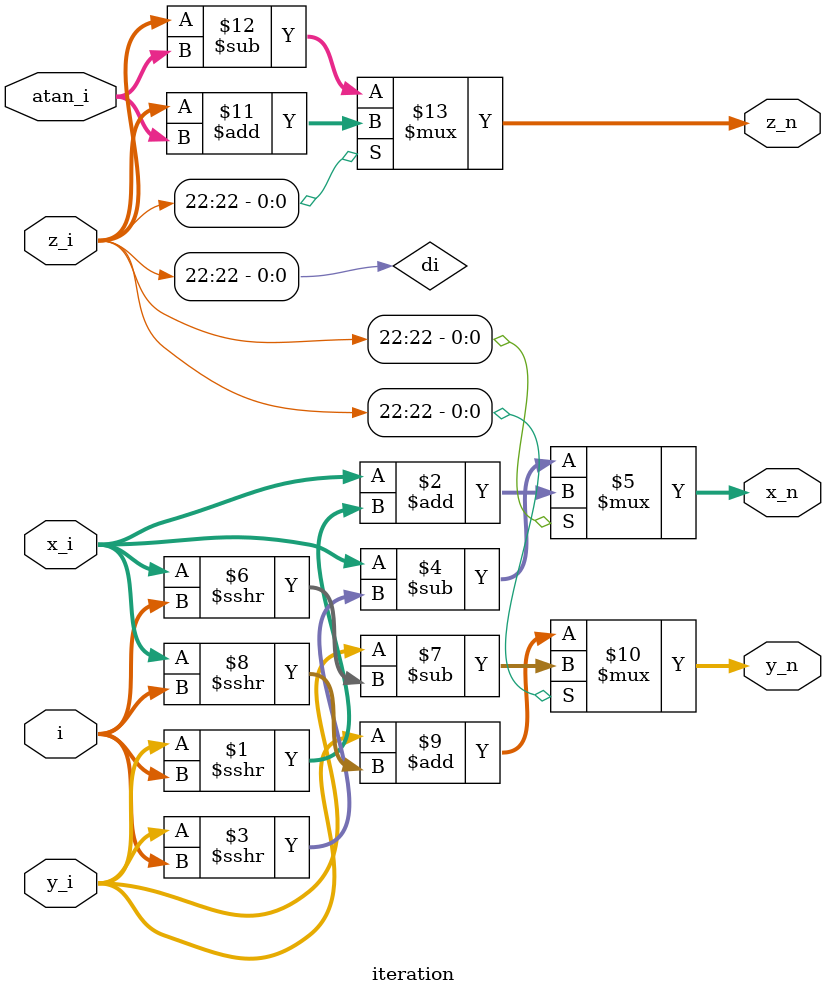
<source format=sv>
module iteration #(
    parameter FRACS = 21,
    parameter INTS = 1,
    parameter WIDTH = INTS + FRACS + 1  //sign bit needed for algorithm
)
(
    input [4:0] i,
    input [WIDTH-1:0] atan_i,
    input signed [WIDTH-1:0] x_i,
    input signed [WIDTH-1:0] y_i,
    input signed [WIDTH-1:0] z_i,
    output signed [WIDTH-1:0] x_n,
    output signed [WIDTH-1:0] y_n,
    output  [WIDTH-1:0] z_n
);

wire di = z_i[WIDTH-1];
assign x_n = di ? x_i + (y_i >>> i) : x_i - (y_i >>> i);
assign y_n = di ? y_i - (x_i >>> i) : y_i + (x_i >>> i);
assign z_n = di ? z_i + atan_i : z_i - atan_i;

endmodule
</source>
